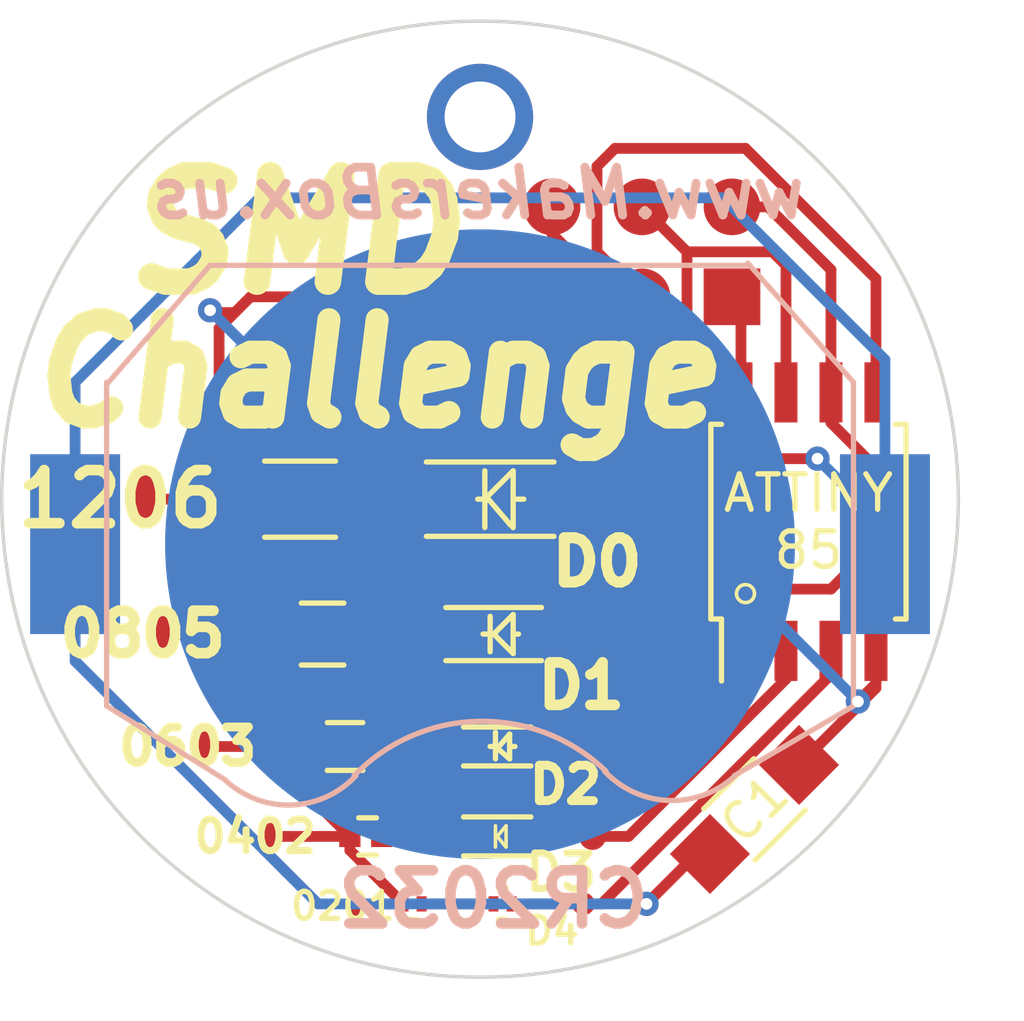
<source format=kicad_pcb>
(kicad_pcb (version 4) (host pcbnew 4.0.4-stable)

  (general
    (links 36)
    (no_connects 0)
    (area 194.094714 77.977999 223.012001 106.807001)
    (thickness 1.6)
    (drawings 17)
    (tracks 115)
    (zones 0)
    (modules 25)
    (nets 14)
  )

  (page USLetter)
  (layers
    (0 F.Cu signal)
    (31 B.Cu signal)
    (34 B.Paste user)
    (35 F.Paste user)
    (36 B.SilkS user hide)
    (37 F.SilkS user)
    (38 B.Mask user)
    (39 F.Mask user)
    (40 Dwgs.User user)
    (44 Edge.Cuts user)
  )

  (setup
    (last_trace_width 0.1524)
    (user_trace_width 0.254)
    (user_trace_width 0.3048)
    (user_trace_width 0.4064)
    (user_trace_width 0.6096)
    (user_trace_width 2.032)
    (trace_clearance 0.1524)
    (zone_clearance 0.508)
    (zone_45_only no)
    (trace_min 0.1524)
    (segment_width 0.254)
    (edge_width 0.1)
    (via_size 0.6858)
    (via_drill 0.3302)
    (via_min_size 0.6858)
    (via_min_drill 0.3302)
    (user_via 1 0.5)
    (uvia_size 0.762)
    (uvia_drill 0.508)
    (uvias_allowed no)
    (uvia_min_size 0.508)
    (uvia_min_drill 0.127)
    (pcb_text_width 0.3)
    (pcb_text_size 1.5 1.5)
    (mod_edge_width 0.15)
    (mod_text_size 1 1)
    (mod_text_width 0.15)
    (pad_size 0.762 1.1)
    (pad_drill 0)
    (pad_to_mask_clearance 0)
    (aux_axis_origin 0 0)
    (grid_origin 210.82 95.25)
    (visible_elements 7FFEFFFF)
    (pcbplotparams
      (layerselection 0x010f0_80000001)
      (usegerberextensions true)
      (excludeedgelayer true)
      (linewidth 0.100000)
      (plotframeref false)
      (viasonmask false)
      (mode 1)
      (useauxorigin false)
      (hpglpennumber 1)
      (hpglpenspeed 20)
      (hpglpendiameter 15)
      (hpglpenoverlay 2)
      (psnegative false)
      (psa4output false)
      (plotreference true)
      (plotvalue true)
      (plotinvisibletext false)
      (padsonsilk false)
      (subtractmaskfromsilk false)
      (outputformat 1)
      (mirror false)
      (drillshape 0)
      (scaleselection 1)
      (outputdirectory ""))
  )

  (net 0 "")
  (net 1 GND)
  (net 2 +BATT)
  (net 3 "Net-(CON1-Pad1)")
  (net 4 "Net-(CON1-Pad3)")
  (net 5 "Net-(CON1-Pad4)")
  (net 6 "Net-(CON1-Pad5)")
  (net 7 "Net-(D1-Pad1)")
  (net 8 "Net-(D2-Pad1)")
  (net 9 "Net-(D3-Pad1)")
  (net 10 "Net-(D0-Pad1)")
  (net 11 "Net-(D3-Pad2)")
  (net 12 "Net-(D4-Pad2)")
  (net 13 "Net-(D4-Pad1)")

  (net_class Default "This is the default net class."
    (clearance 0.1524)
    (trace_width 0.1524)
    (via_dia 0.6858)
    (via_drill 0.3302)
    (uvia_dia 0.762)
    (uvia_drill 0.508)
    (add_net +BATT)
    (add_net GND)
    (add_net "Net-(CON1-Pad1)")
    (add_net "Net-(CON1-Pad3)")
    (add_net "Net-(CON1-Pad4)")
    (add_net "Net-(CON1-Pad5)")
    (add_net "Net-(D0-Pad1)")
    (add_net "Net-(D1-Pad1)")
    (add_net "Net-(D2-Pad1)")
    (add_net "Net-(D3-Pad1)")
    (add_net "Net-(D3-Pad2)")
    (add_net "Net-(D4-Pad1)")
    (add_net "Net-(D4-Pad2)")
  )

  (module Capacitors_SMD:C_1206_HandSoldering (layer F.Cu) (tedit 5902BDF4) (tstamp 58D337DE)
    (at 215.392 100.838 225)
    (descr "Capacitor SMD 1206, hand soldering")
    (tags "capacitor 1206")
    (path /553FDF53)
    (attr smd)
    (fp_text reference C1 (at 0 0 225) (layer F.SilkS)
      (effects (font (size 1 1) (thickness 0.15)))
    )
    (fp_text value "0.1 uF" (at 0 2.3 225) (layer F.Fab)
      (effects (font (size 1 1) (thickness 0.15)))
    )
    (fp_line (start -3.3 -1.15) (end 3.3 -1.15) (layer F.CrtYd) (width 0.05))
    (fp_line (start -3.3 1.15) (end 3.3 1.15) (layer F.CrtYd) (width 0.05))
    (fp_line (start -3.3 -1.15) (end -3.3 1.15) (layer F.CrtYd) (width 0.05))
    (fp_line (start 3.3 -1.15) (end 3.3 1.15) (layer F.CrtYd) (width 0.05))
    (fp_line (start 1 -1.025) (end -1 -1.025) (layer F.SilkS) (width 0.15))
    (fp_line (start -1 1.025) (end 1 1.025) (layer F.SilkS) (width 0.15))
    (pad 1 smd rect (at -1.778 0 225) (size 1.6 1.6) (layers F.Cu F.Paste F.Mask)
      (net 1 GND))
    (pad 2 smd rect (at 1.778 0 225) (size 1.6 1.6) (layers F.Cu F.Paste F.Mask)
      (net 2 +BATT))
    (model Capacitors_SMD.3dshapes/C_1206_HandSoldering.wrl
      (at (xyz 0 0 0))
      (scale (xyz 1 1 1))
      (rotate (xyz 0 0 0))
    )
  )

  (module Housings_SOIC:SOIJ-8_5.3x5.3mm_Pitch1.27mm (layer F.Cu) (tedit 5902B706) (tstamp 58DF2780)
    (at 216.916 92.71 90)
    (descr "8-Lead Plastic Small Outline (SM) - Medium, 5.28 mm Body [SOIC] (see Microchip Packaging Specification 00000049BS.pdf)")
    (tags "SOIC 1.27")
    (path /58C478D3)
    (attr smd)
    (fp_text reference IC1 (at -1.27 2.159 90) (layer F.SilkS) hide
      (effects (font (size 1 1) (thickness 0.15)))
    )
    (fp_text value ATTINY85-S (at 0 3.68 90) (layer F.Fab)
      (effects (font (size 1 1) (thickness 0.15)))
    )
    (fp_circle (center -2.032 -1.778) (end -2.286 -1.778) (layer F.SilkS) (width 0.1))
    (fp_line (start -4.75 -2.95) (end -4.75 2.95) (layer F.CrtYd) (width 0.05))
    (fp_line (start 4.75 -2.95) (end 4.75 2.95) (layer F.CrtYd) (width 0.05))
    (fp_line (start -4.75 -2.95) (end 4.75 -2.95) (layer F.CrtYd) (width 0.05))
    (fp_line (start -4.75 2.95) (end 4.75 2.95) (layer F.CrtYd) (width 0.05))
    (fp_line (start -2.75 -2.755) (end -2.75 -2.455) (layer F.SilkS) (width 0.15))
    (fp_line (start 2.75 -2.755) (end 2.75 -2.455) (layer F.SilkS) (width 0.15))
    (fp_line (start 2.75 2.755) (end 2.75 2.455) (layer F.SilkS) (width 0.15))
    (fp_line (start -2.75 2.755) (end -2.75 2.455) (layer F.SilkS) (width 0.15))
    (fp_line (start -2.75 -2.755) (end 2.75 -2.755) (layer F.SilkS) (width 0.15))
    (fp_line (start -2.75 2.755) (end 2.75 2.755) (layer F.SilkS) (width 0.15))
    (fp_line (start -2.75 -2.455) (end -4.5 -2.455) (layer F.SilkS) (width 0.15))
    (pad 1 smd rect (at -3.65 -1.905 90) (size 1.7 0.65) (layers F.Cu F.Paste F.Mask)
      (net 6 "Net-(CON1-Pad5)"))
    (pad 2 smd rect (at -3.65 -0.635 90) (size 1.7 0.65) (layers F.Cu F.Paste F.Mask)
      (net 11 "Net-(D3-Pad2)"))
    (pad 3 smd rect (at -3.65 0.635 90) (size 1.7 0.65) (layers F.Cu F.Paste F.Mask)
      (net 12 "Net-(D4-Pad2)"))
    (pad 4 smd rect (at -3.65 1.905 90) (size 1.7 0.65) (layers F.Cu F.Paste F.Mask)
      (net 1 GND))
    (pad 5 smd rect (at 3.65 1.905 90) (size 1.7 0.65) (layers F.Cu F.Paste F.Mask)
      (net 5 "Net-(CON1-Pad4)"))
    (pad 6 smd rect (at 3.65 0.635 90) (size 1.7 0.65) (layers F.Cu F.Paste F.Mask)
      (net 3 "Net-(CON1-Pad1)"))
    (pad 7 smd rect (at 3.65 -0.635 90) (size 1.7 0.65) (layers F.Cu F.Paste F.Mask)
      (net 4 "Net-(CON1-Pad3)"))
    (pad 8 smd rect (at 3.65 -1.905 90) (size 1.7 0.65) (layers F.Cu F.Paste F.Mask)
      (net 2 +BATT))
    (model Housings_SOIC.3dshapes/SOIJ-8_5.3x5.3mm_Pitch1.27mm.wrl
      (at (xyz 0 0 0))
      (scale (xyz 1 1 1))
      (rotate (xyz 0 0 0))
    )
  )

  (module myFootPrints:testPad (layer F.Cu) (tedit 5902BA6D) (tstamp 5902AAED)
    (at 211.582 95.885)
    (descr "module 1 pin (ou trou mecanique de percage)")
    (tags DEV)
    (path /5902B324)
    (fp_text reference P1 (at 0 0) (layer F.SilkS) hide
      (effects (font (size 0.508 0.508) (thickness 0.127)))
    )
    (fp_text value CONN_01X01 (at 0 0) (layer F.Fab)
      (effects (font (size 0.127 0.127) (thickness 0.03175)))
    )
    (pad 1 smd circle (at 0 0) (size 1.016 1.016) (layers F.Cu F.Paste F.Mask)
      (net 3 "Net-(CON1-Pad1)"))
  )

  (module myFootPrints:BATT_CR2032_SMD (layer B.Cu) (tedit 56CFB5D2) (tstamp 586093B2)
    (at 207.645 93.345 180)
    (tags battery)
    (path /56CFA61E)
    (fp_text reference BT1 (at 0 -5.08 180) (layer B.SilkS) hide
      (effects (font (size 1.72974 1.08712) (thickness 0.27178)) (justify mirror))
    )
    (fp_text value Battery (at 0 2.54 180) (layer B.SilkS) hide
      (effects (font (size 1.524 1.016) (thickness 0.254)) (justify mirror))
    )
    (fp_line (start -7.1755 -6.5405) (end -10.541 -4.572) (layer B.SilkS) (width 0.15))
    (fp_line (start 7.1755 -6.6675) (end 10.541 -4.572) (layer B.SilkS) (width 0.15))
    (fp_arc (start -5.4229 -4.6355) (end -3.5179 -6.4135) (angle -90) (layer B.SilkS) (width 0.15))
    (fp_arc (start 5.4102 -4.7625) (end 7.1882 -6.6675) (angle -90) (layer B.SilkS) (width 0.15))
    (fp_arc (start -0.0635 -10.033) (end -3.556 -6.4135) (angle -90) (layer B.SilkS) (width 0.15))
    (fp_line (start 7.62 7.874) (end 10.541 4.5085) (layer B.SilkS) (width 0.15))
    (fp_line (start -10.541 4.572) (end -7.5565 7.9375) (layer B.SilkS) (width 0.15))
    (fp_line (start -7.62 7.874) (end 7.62 7.874) (layer B.SilkS) (width 0.15))
    (fp_line (start -10.541 -4.572) (end -10.541 4.572) (layer B.SilkS) (width 0.15))
    (fp_line (start 10.541 -4.572) (end 10.541 4.572) (layer B.SilkS) (width 0.15))
    (fp_circle (center 0 0) (end -10.16 0) (layer Dwgs.User) (width 0.15))
    (pad 2 smd circle (at 0 0 180) (size 17.78 17.78) (layers B.Cu B.Paste B.Mask)
      (net 1 GND))
    (pad 1 smd rect (at -11.43 0 180) (size 2.54 5.08) (layers B.Cu B.Paste B.Mask)
      (net 2 +BATT))
    (pad 1 smd rect (at 11.43 0 180) (size 2.54 5.08) (layers B.Cu B.Paste B.Mask)
      (net 2 +BATT))
  )

  (module LEDs:LED-0603 (layer F.Cu) (tedit 5902C13E) (tstamp 58D33EFB)
    (at 208.28 101.6)
    (descr "LED 0603 smd package")
    (tags "LED led 0603 SMD smd SMT smt smdled SMDLED smtled SMTLED")
    (path /58D34030)
    (attr smd)
    (fp_text reference D3 (at 1.651 1.016) (layer F.SilkS)
      (effects (font (size 1 1) (thickness 0.2)))
    )
    (fp_text value LED (at 0 1.5) (layer F.Fab)
      (effects (font (size 1 1) (thickness 0.15)))
    )
    (fp_line (start -0.15 0) (end 0.1 -0.3) (layer F.SilkS) (width 0.1))
    (fp_line (start 0.1 -0.3) (end 0.1 0.3) (layer F.SilkS) (width 0.1))
    (fp_line (start 0.1 0.3) (end -0.15 0) (layer F.SilkS) (width 0.1))
    (fp_line (start -0.2 -0.3) (end -0.2 0.3) (layer F.SilkS) (width 0.1))
    (fp_line (start -1.1 0.55) (end 0.8 0.55) (layer F.SilkS) (width 0.15))
    (fp_line (start -1.1 -0.55) (end 0.8 -0.55) (layer F.SilkS) (width 0.15))
    (fp_line (start 1.4 -0.75) (end 1.4 0.75) (layer F.CrtYd) (width 0.05))
    (fp_line (start 1.4 0.75) (end -1.4 0.75) (layer F.CrtYd) (width 0.05))
    (fp_line (start -1.4 0.75) (end -1.4 -0.75) (layer F.CrtYd) (width 0.05))
    (fp_line (start -1.4 -0.75) (end 1.4 -0.75) (layer F.CrtYd) (width 0.05))
    (pad 2 smd rect (at 0.5 0 180) (size 0.6 0.7) (layers F.Cu F.Paste F.Mask)
      (net 11 "Net-(D3-Pad2)"))
    (pad 1 smd rect (at -0.6 0 180) (size 0.6 0.7) (layers F.Cu F.Paste F.Mask)
      (net 9 "Net-(D3-Pad1)"))
    (model LEDs.3dshapes/LED_0402.wrl
      (at (xyz 0 0 0))
      (scale (xyz 1 1 1))
      (rotate (xyz 0 0 0))
    )
  )

  (module Resistors_SMD:R_0402 (layer F.Cu) (tedit 58DFDC4A) (tstamp 58D349A9)
    (at 204.47 101.6 180)
    (descr "Resistor SMD 0402, reflow soldering, Vishay (see dcrcw.pdf)")
    (tags "resistor 0402")
    (path /58D3406E)
    (attr smd)
    (fp_text reference R3 (at 0 0 180) (layer Dwgs.User) hide
      (effects (font (size 1 1) (thickness 0.15)))
    )
    (fp_text value 330 (at 0 1.8 180) (layer F.Fab)
      (effects (font (size 1 1) (thickness 0.15)))
    )
    (fp_line (start -0.95 -0.65) (end 0.95 -0.65) (layer F.CrtYd) (width 0.05))
    (fp_line (start -0.95 0.65) (end 0.95 0.65) (layer F.CrtYd) (width 0.05))
    (fp_line (start -0.95 -0.65) (end -0.95 0.65) (layer F.CrtYd) (width 0.05))
    (fp_line (start 0.95 -0.65) (end 0.95 0.65) (layer F.CrtYd) (width 0.05))
    (fp_line (start 0.25 -0.525) (end -0.25 -0.525) (layer F.SilkS) (width 0.15))
    (fp_line (start -0.25 0.525) (end 0.25 0.525) (layer F.SilkS) (width 0.15))
    (pad 1 smd rect (at -0.4 0 180) (size 0.6 0.6) (layers F.Cu F.Paste F.Mask)
      (net 9 "Net-(D3-Pad1)"))
    (pad 2 smd rect (at 0.5 0 180) (size 0.6 0.6) (layers F.Cu F.Paste F.Mask)
      (net 1 GND))
    (model Resistors_SMD.3dshapes/R_0402.wrl
      (at (xyz 0 0 0))
      (scale (xyz 1 1 1))
      (rotate (xyz 0 0 0))
    )
  )

  (module LEDs:LED-0603 (layer F.Cu) (tedit 5902C124) (tstamp 58D337F0)
    (at 208.28 99.06)
    (descr "LED 0603 smd package")
    (tags "LED led 0603 SMD smd SMT smt smdled SMDLED smtled SMTLED")
    (path /58D33940)
    (attr smd)
    (fp_text reference D2 (at 1.778 1.0795) (layer F.SilkS)
      (effects (font (size 1 1) (thickness 0.25)))
    )
    (fp_text value LED (at 0 1.5) (layer F.Fab)
      (effects (font (size 1 1) (thickness 0.15)))
    )
    (fp_line (start 0.2 0) (end 0.35 0) (layer F.SilkS) (width 0.15))
    (fp_line (start -0.35 0) (end -0.15 0) (layer F.SilkS) (width 0.15))
    (fp_line (start -0.1 0) (end 0.2 -0.35) (layer F.SilkS) (width 0.15))
    (fp_line (start 0.2 -0.35) (end 0.2 0.35) (layer F.SilkS) (width 0.15))
    (fp_line (start 0.2 0.35) (end -0.2 0) (layer F.SilkS) (width 0.15))
    (fp_line (start -0.2 0) (end -0.15 0) (layer F.SilkS) (width 0.15))
    (fp_line (start -0.2 -0.4) (end -0.2 0.35) (layer F.SilkS) (width 0.15))
    (fp_line (start -1.1 0.55) (end 0.8 0.55) (layer F.SilkS) (width 0.15))
    (fp_line (start -1.1 -0.55) (end 0.8 -0.55) (layer F.SilkS) (width 0.15))
    (fp_line (start 1.4 -0.75) (end 1.4 0.75) (layer F.CrtYd) (width 0.05))
    (fp_line (start 1.4 0.75) (end -1.4 0.75) (layer F.CrtYd) (width 0.05))
    (fp_line (start -1.4 0.75) (end -1.4 -0.75) (layer F.CrtYd) (width 0.05))
    (fp_line (start -1.4 -0.75) (end 1.4 -0.75) (layer F.CrtYd) (width 0.05))
    (pad 2 smd rect (at 0.889 0 180) (size 1 0.79756) (layers F.Cu F.Paste F.Mask)
      (net 4 "Net-(CON1-Pad3)"))
    (pad 1 smd rect (at -0.889 0 180) (size 1 0.79756) (layers F.Cu F.Paste F.Mask)
      (net 8 "Net-(D2-Pad1)"))
    (model LEDs.3dshapes/LED_0603.wrl
      (at (xyz 0 0 0))
      (scale (xyz 1 1 1))
      (rotate (xyz 0 0 0))
    )
  )

  (module LEDs:LED-0805 (layer F.Cu) (tedit 5902C116) (tstamp 58D337EA)
    (at 208.28 95.885)
    (descr "LED 0805 smd package")
    (tags "LED 0805 SMD")
    (path /58D338E3)
    (attr smd)
    (fp_text reference D1 (at 2.2225 1.4605) (layer F.SilkS)
      (effects (font (size 1.2 1.2) (thickness 0.3)))
    )
    (fp_text value LED (at 0 1.75) (layer F.Fab)
      (effects (font (size 1 1) (thickness 0.15)))
    )
    (fp_line (start 0.3 0) (end 0.45 0) (layer F.SilkS) (width 0.15))
    (fp_line (start -0.55 0) (end -0.2 0) (layer F.SilkS) (width 0.15))
    (fp_line (start -0.25 0) (end 0.3 -0.55) (layer F.SilkS) (width 0.15))
    (fp_line (start 0.3 -0.55) (end 0.3 0.55) (layer F.SilkS) (width 0.15))
    (fp_line (start 0.3 0.55) (end -0.25 0) (layer F.SilkS) (width 0.15))
    (fp_line (start -0.35 -0.35) (end -0.35 -0.5) (layer F.SilkS) (width 0.15))
    (fp_line (start -0.35 0.35) (end -0.35 0.5) (layer F.SilkS) (width 0.15))
    (fp_line (start -1.6 0.75) (end 1.1 0.75) (layer F.SilkS) (width 0.15))
    (fp_line (start -1.6 -0.75) (end 1.1 -0.75) (layer F.SilkS) (width 0.15))
    (fp_line (start -0.35 -0.35) (end -0.35 0.35) (layer F.SilkS) (width 0.15))
    (fp_line (start 1.9 -0.95) (end 1.9 0.95) (layer F.CrtYd) (width 0.05))
    (fp_line (start 1.9 0.95) (end -1.9 0.95) (layer F.CrtYd) (width 0.05))
    (fp_line (start -1.9 0.95) (end -1.9 -0.95) (layer F.CrtYd) (width 0.05))
    (fp_line (start -1.9 -0.95) (end 1.9 -0.95) (layer F.CrtYd) (width 0.05))
    (pad 2 smd rect (at 1.143 0 180) (size 1.3 1.19888) (layers F.Cu F.Paste F.Mask)
      (net 3 "Net-(CON1-Pad1)"))
    (pad 1 smd rect (at -1.27 0 180) (size 1.3 1.19888) (layers F.Cu F.Paste F.Mask)
      (net 7 "Net-(D1-Pad1)"))
    (model LEDs.3dshapes/LED-0805.wrl
      (at (xyz 0 0 0))
      (scale (xyz 1 1 1))
      (rotate (xyz 0 0 0))
    )
    (model LEDs.3dshapes/LED_0805.wrl
      (at (xyz 0 0 0))
      (scale (xyz 1 1 1))
      (rotate (xyz 0 0 0))
    )
  )

  (module LEDs:LED-1206 (layer F.Cu) (tedit 5902C0FC) (tstamp 58D337E4)
    (at 208.28 92.075)
    (descr "LED 1206 smd package")
    (tags "LED1206 SMD")
    (path /58C49927)
    (attr smd)
    (fp_text reference D0 (at 2.667 1.778) (layer F.SilkS)
      (effects (font (size 1.25 1.25) (thickness 0.3125)))
    )
    (fp_text value LED (at 0 2) (layer F.Fab)
      (effects (font (size 1 1) (thickness 0.15)))
    )
    (fp_line (start -0.5 0.7) (end -0.5 0.8) (layer F.SilkS) (width 0.15))
    (fp_line (start -0.5 -0.7) (end -0.5 -0.8) (layer F.SilkS) (width 0.15))
    (fp_line (start 0.3 0) (end 0.6 0) (layer F.SilkS) (width 0.15))
    (fp_line (start 0.3 0.8) (end 0.3 -0.7) (layer F.SilkS) (width 0.15))
    (fp_line (start 0.3 -0.7) (end 0.3 -0.8) (layer F.SilkS) (width 0.15))
    (fp_line (start 0.2 0.7) (end 0.3 0.8) (layer F.SilkS) (width 0.15))
    (fp_line (start 0.2 -0.7) (end 0.3 -0.8) (layer F.SilkS) (width 0.15))
    (fp_line (start -0.7 0) (end -0.5 0) (layer F.SilkS) (width 0.15))
    (fp_line (start -0.5 0.5) (end -0.5 0.7) (layer F.SilkS) (width 0.15))
    (fp_line (start -0.5 -0.5) (end -0.5 -0.7) (layer F.SilkS) (width 0.15))
    (fp_line (start -0.4 0) (end 0.2 0.7) (layer F.SilkS) (width 0.15))
    (fp_line (start 0.2 -0.7) (end -0.4 -0.1) (layer F.SilkS) (width 0.15))
    (fp_line (start -2.15 1.05) (end 1.45 1.05) (layer F.SilkS) (width 0.15))
    (fp_line (start -2.15 -1.05) (end 1.45 -1.05) (layer F.SilkS) (width 0.15))
    (fp_line (start -0.5 -0.5) (end -0.5 0.5) (layer F.SilkS) (width 0.15))
    (fp_line (start 2.5 -1.25) (end -2.5 -1.25) (layer F.CrtYd) (width 0.05))
    (fp_line (start -2.5 -1.25) (end -2.5 1.25) (layer F.CrtYd) (width 0.05))
    (fp_line (start -2.5 1.25) (end 2.5 1.25) (layer F.CrtYd) (width 0.05))
    (fp_line (start 2.5 1.25) (end 2.5 -1.25) (layer F.CrtYd) (width 0.05))
    (pad 2 smd rect (at 1.524 0 180) (size 1.7 1.80086) (layers F.Cu F.Paste F.Mask)
      (net 5 "Net-(CON1-Pad4)"))
    (pad 1 smd rect (at -1.651 0 180) (size 1.7 1.80086) (layers F.Cu F.Paste F.Mask)
      (net 10 "Net-(D0-Pad1)"))
    (model LEDs.3dshapes/LED_1206.wrl
      (at (xyz 0 0 0))
      (scale (xyz 1 1 1))
      (rotate (xyz 0 0 0))
    )
  )

  (module Resistors_SMD:R_0603 (layer F.Cu) (tedit 5902A5F6) (tstamp 58D33802)
    (at 203.835 99.06 180)
    (descr "Resistor SMD 0603, reflow soldering, Vishay (see dcrcw.pdf)")
    (tags "resistor 0603")
    (path /58D339BB)
    (attr smd)
    (fp_text reference R2 (at 0 0 180) (layer F.SilkS) hide
      (effects (font (size 1 1) (thickness 0.15)))
    )
    (fp_text value 330 (at 0 1.9 180) (layer F.Fab)
      (effects (font (size 1 1) (thickness 0.15)))
    )
    (fp_line (start -1.3 -0.8) (end 1.3 -0.8) (layer F.CrtYd) (width 0.05))
    (fp_line (start -1.3 0.8) (end 1.3 0.8) (layer F.CrtYd) (width 0.05))
    (fp_line (start -1.3 -0.8) (end -1.3 0.8) (layer F.CrtYd) (width 0.05))
    (fp_line (start 1.3 -0.8) (end 1.3 0.8) (layer F.CrtYd) (width 0.05))
    (fp_line (start 0.5 0.675) (end -0.5 0.675) (layer F.SilkS) (width 0.15))
    (fp_line (start -0.5 -0.675) (end 0.5 -0.675) (layer F.SilkS) (width 0.15))
    (pad 1 smd rect (at -0.889 0 180) (size 0.7 0.9) (layers F.Cu F.Paste F.Mask)
      (net 8 "Net-(D2-Pad1)"))
    (pad 2 smd rect (at 1.016 0 180) (size 0.7 0.9) (layers F.Cu F.Paste F.Mask)
      (net 1 GND))
    (model Resistors_SMD.3dshapes/R_0603.wrl
      (at (xyz 0 0 0))
      (scale (xyz 1 1 1))
      (rotate (xyz 0 0 0))
    )
  )

  (module Resistors_SMD:R_1206 (layer F.Cu) (tedit 5902A5E4) (tstamp 58D337F6)
    (at 202.565 92.075 180)
    (descr "Resistor SMD 1206, reflow soldering, Vishay (see dcrcw.pdf)")
    (tags "resistor 1206")
    (path /56CEB2B5)
    (attr smd)
    (fp_text reference R0 (at 0 0 180) (layer F.SilkS) hide
      (effects (font (size 1.25 1.25) (thickness 0.2)))
    )
    (fp_text value 330 (at 0 2.3 180) (layer F.Fab)
      (effects (font (size 1 1) (thickness 0.15)))
    )
    (fp_line (start -2.2 -1.2) (end 2.2 -1.2) (layer F.CrtYd) (width 0.05))
    (fp_line (start -2.2 1.2) (end 2.2 1.2) (layer F.CrtYd) (width 0.05))
    (fp_line (start -2.2 -1.2) (end -2.2 1.2) (layer F.CrtYd) (width 0.05))
    (fp_line (start 2.2 -1.2) (end 2.2 1.2) (layer F.CrtYd) (width 0.05))
    (fp_line (start 1 1.075) (end -1 1.075) (layer F.SilkS) (width 0.15))
    (fp_line (start -1 -1.075) (end 1 -1.075) (layer F.SilkS) (width 0.15))
    (pad 1 smd rect (at -1.778 0 180) (size 1.1 1.7) (layers F.Cu F.Paste F.Mask)
      (net 10 "Net-(D0-Pad1)"))
    (pad 2 smd rect (at 1.651 0 180) (size 1.1 1.7) (layers F.Cu F.Paste F.Mask)
      (net 1 GND))
    (model Resistors_SMD.3dshapes/R_1206.wrl
      (at (xyz 0 0 0))
      (scale (xyz 1 1 1))
      (rotate (xyz 0 0 0))
    )
  )

  (module Resistors_SMD:R_0805 (layer F.Cu) (tedit 58DFDC5C) (tstamp 58D337FC)
    (at 203.2 95.885 180)
    (descr "Resistor SMD 0805, reflow soldering, Vishay (see dcrcw.pdf)")
    (tags "resistor 0805")
    (path /58D3397B)
    (attr smd)
    (fp_text reference R1 (at 0 0 180) (layer F.SilkS) hide
      (effects (font (size 1 1) (thickness 0.15)))
    )
    (fp_text value 330 (at 0 2.1 180) (layer F.Fab)
      (effects (font (size 1 1) (thickness 0.15)))
    )
    (fp_line (start -1.6 -1) (end 1.6 -1) (layer F.CrtYd) (width 0.05))
    (fp_line (start -1.6 1) (end 1.6 1) (layer F.CrtYd) (width 0.05))
    (fp_line (start -1.6 -1) (end -1.6 1) (layer F.CrtYd) (width 0.05))
    (fp_line (start 1.6 -1) (end 1.6 1) (layer F.CrtYd) (width 0.05))
    (fp_line (start 0.6 0.875) (end -0.6 0.875) (layer F.SilkS) (width 0.15))
    (fp_line (start -0.6 -0.875) (end 0.6 -0.875) (layer F.SilkS) (width 0.15))
    (pad 1 smd rect (at -1.143 0 180) (size 0.9 1.3) (layers F.Cu F.Paste F.Mask)
      (net 7 "Net-(D1-Pad1)"))
    (pad 2 smd rect (at 1.143 0 180) (size 0.9 1.3) (layers F.Cu F.Paste F.Mask)
      (net 1 GND))
    (model Resistors_SMD.3dshapes/R_0805.wrl
      (at (xyz 0 0 0))
      (scale (xyz 1 1 1))
      (rotate (xyz 0 0 0))
    )
  )

  (module Pin_Headers:Pin_Header_Straight_1x01 (layer F.Cu) (tedit 5902A874) (tstamp 5860AB5B)
    (at 207.645 81.28)
    (descr "Through hole pin header")
    (tags "pin header")
    (path /5902B324)
    (fp_text reference P1 (at -0.6 -0.5) (layer F.SilkS) hide
      (effects (font (size 0.127 0.127) (thickness 0.03175)))
    )
    (fp_text value CONN_01X01 (at 0 0.9) (layer F.Fab)
      (effects (font (size 0.127 0.127) (thickness 0.03175)))
    )
    (pad P5 thru_hole circle (at 0 0) (size 3 3) (drill 2) (layers *.Cu *.Mask))
  )

  (module myFootPrints:AVR-ISP-6 (layer F.Cu) (tedit 5860A6AE) (tstamp 586092C3)
    (at 214.757 83.82 270)
    (descr "6-lead dip package, row spacing 7.62 mm (300 mils)")
    (tags "dil dip 2.54 300")
    (path /58609061)
    (fp_text reference CON1 (at 0 -2.54 270) (layer F.SilkS) hide
      (effects (font (size 1 1) (thickness 0.15)))
    )
    (fp_text value AVR-ISP-6 (at 0 -3.72 270) (layer F.Fab) hide
      (effects (font (size 1 1) (thickness 0.15)))
    )
    (pad 1 smd oval (at 0 0 270) (size 1.6 1.6) (layers F.Cu F.Paste F.Mask)
      (net 3 "Net-(CON1-Pad1)"))
    (pad 2 smd rect (at 2.54 0 270) (size 1.6 1.6) (layers F.Cu F.Paste F.Mask)
      (net 2 +BATT))
    (pad 3 smd oval (at 0 2.54 270) (size 1.6 1.6) (layers F.Cu F.Paste F.Mask)
      (net 4 "Net-(CON1-Pad3)"))
    (pad 4 smd oval (at 2.54 2.54 270) (size 1.6 1.6) (layers F.Cu F.Paste F.Mask)
      (net 5 "Net-(CON1-Pad4)"))
    (pad 5 smd oval (at 0 5.08 270) (size 1.6 1.6) (layers F.Cu F.Paste F.Mask)
      (net 6 "Net-(CON1-Pad5)"))
    (pad 6 smd oval (at 2.54 5.08 270) (size 1.6 1.6) (layers F.Cu F.Paste F.Mask)
      (net 1 GND))
  )

  (module Resistors_SMD:R_0201 (layer F.Cu) (tedit 58DFDE07) (tstamp 58DDCC1C)
    (at 205.74 103.505 180)
    (descr "Resistor SMD 0201, reflow soldering, Vishay (see crcw0201e3.pdf)")
    (tags "resistor 0201")
    (path /58DDCB43)
    (attr smd)
    (fp_text reference R4 (at -0.127 0.127 180) (layer F.SilkS) hide
      (effects (font (size 1 1) (thickness 0.15)))
    )
    (fp_text value 330 (at 0 1.7 180) (layer F.Fab)
      (effects (font (size 1 1) (thickness 0.15)))
    )
    (fp_line (start -0.65 -0.55) (end 0.65 -0.55) (layer F.CrtYd) (width 0.05))
    (fp_line (start -0.65 0.55) (end 0.65 0.55) (layer F.CrtYd) (width 0.05))
    (fp_line (start -0.65 -0.55) (end -0.65 0.55) (layer F.CrtYd) (width 0.05))
    (fp_line (start 0.65 -0.55) (end 0.65 0.55) (layer F.CrtYd) (width 0.05))
    (fp_line (start 0.115 -0.44) (end -0.115 -0.44) (layer F.SilkS) (width 0.15))
    (fp_line (start -0.115 0.44) (end 0.115 0.44) (layer F.SilkS) (width 0.15))
    (pad 1 smd rect (at -0.255 0 180) (size 0.28 0.43) (layers F.Cu F.Paste F.Mask)
      (net 13 "Net-(D4-Pad1)"))
    (pad 2 smd rect (at 0.255 0 180) (size 0.28 0.43) (layers F.Cu F.Paste F.Mask)
      (net 1 GND))
    (model Resistors_SMD.3dshapes/R_0201.wrl
      (at (xyz 0 0 0))
      (scale (xyz 1 1 1))
      (rotate (xyz 0 0 0))
    )
  )

  (module Resistors_SMD:R_0201 (layer F.Cu) (tedit 5902C148) (tstamp 58DDCC0A)
    (at 208.28 103.505)
    (descr "Resistor SMD 0201, reflow soldering, Vishay (see crcw0201e3.pdf)")
    (tags "resistor 0201")
    (path /58DDCAFF)
    (attr smd)
    (fp_text reference D4 (at 1.397 0.762) (layer F.SilkS)
      (effects (font (size 0.762 0.762) (thickness 0.15)))
    )
    (fp_text value LED (at 0 1.7) (layer F.Fab)
      (effects (font (size 1 1) (thickness 0.15)))
    )
    (fp_line (start -0.65 -0.55) (end 0.65 -0.55) (layer F.CrtYd) (width 0.05))
    (fp_line (start -0.65 0.55) (end 0.65 0.55) (layer F.CrtYd) (width 0.05))
    (fp_line (start -0.65 -0.55) (end -0.65 0.55) (layer F.CrtYd) (width 0.05))
    (fp_line (start 0.65 -0.55) (end 0.65 0.55) (layer F.CrtYd) (width 0.05))
    (fp_line (start 0.115 -0.44) (end -0.115 -0.44) (layer F.SilkS) (width 0.15))
    (fp_line (start -0.115 0.44) (end 0.115 0.44) (layer F.SilkS) (width 0.15))
    (pad 1 smd rect (at -0.255 0) (size 0.28 0.43) (layers F.Cu F.Paste F.Mask)
      (net 13 "Net-(D4-Pad1)"))
    (pad 2 smd rect (at 0.255 0) (size 0.28 0.43) (layers F.Cu F.Paste F.Mask)
      (net 12 "Net-(D4-Pad2)"))
    (model Resistors_SMD.3dshapes/R_0201.wrl
      (at (xyz 0 0 0))
      (scale (xyz 1 1 1))
      (rotate (xyz 0 0 0))
    )
  )

  (module myFootPrints:testPad (layer F.Cu) (tedit 5902BA64) (tstamp 5902AA85)
    (at 212.09 92.075)
    (descr "module 1 pin (ou trou mecanique de percage)")
    (tags DEV)
    (path /5902B2A3)
    (fp_text reference P0 (at 0 0) (layer F.SilkS) hide
      (effects (font (size 0.508 0.508) (thickness 0.127)))
    )
    (fp_text value CONN_01X01 (at 0 0) (layer F.Fab)
      (effects (font (size 0.127 0.127) (thickness 0.03175)))
    )
    (pad 1 smd circle (at 0 0) (size 1.143 1.143) (layers F.Cu F.Paste F.Mask)
      (net 5 "Net-(CON1-Pad4)"))
  )

  (module myFootPrints:testPad (layer F.Cu) (tedit 5902BA76) (tstamp 5902AA8A)
    (at 211.201 99.06)
    (descr "module 1 pin (ou trou mecanique de percage)")
    (tags DEV)
    (path /5902B382)
    (fp_text reference P2 (at 0 0) (layer F.SilkS) hide
      (effects (font (size 0.508 0.508) (thickness 0.127)))
    )
    (fp_text value CONN_01X01 (at 0 0) (layer F.Fab)
      (effects (font (size 0.127 0.127) (thickness 0.03175)))
    )
    (pad 1 smd circle (at 0 0) (size 0.889 0.889) (layers F.Cu F.Paste F.Mask)
      (net 4 "Net-(CON1-Pad3)"))
  )

  (module myFootPrints:testPad (layer F.Cu) (tedit 5902BA82) (tstamp 5902AA8F)
    (at 210.82 101.6)
    (descr "module 1 pin (ou trou mecanique de percage)")
    (tags DEV)
    (path /5902B3ED)
    (fp_text reference P3 (at 0 0) (layer F.SilkS) hide
      (effects (font (size 0.508 0.508) (thickness 0.127)))
    )
    (fp_text value CONN_01X01 (at 0 0) (layer F.Fab)
      (effects (font (size 0.127 0.127) (thickness 0.03175)))
    )
    (pad 1 smd circle (at 0 0) (size 0.762 0.762) (layers F.Cu F.Paste F.Mask)
      (net 11 "Net-(D3-Pad2)"))
  )

  (module myFootPrints:testPad (layer F.Cu) (tedit 5902BA8B) (tstamp 5902AA94)
    (at 210.566 103.505)
    (descr "module 1 pin (ou trou mecanique de percage)")
    (tags DEV)
    (path /5902B44F)
    (fp_text reference P4 (at 0 0) (layer F.SilkS) hide
      (effects (font (size 0.508 0.508) (thickness 0.127)))
    )
    (fp_text value CONN_01X01 (at 0 0) (layer F.Fab)
      (effects (font (size 0.127 0.127) (thickness 0.03175)))
    )
    (pad 1 smd circle (at 0 0) (size 0.635 0.635) (layers F.Cu F.Paste F.Mask)
      (net 12 "Net-(D4-Pad2)"))
  )

  (module myFootPrints:testPad (layer F.Cu) (tedit 5902C3C1) (tstamp 5902AA9E)
    (at 198.247 92.075)
    (descr "module 1 pin (ou trou mecanique de percage)")
    (tags DEV)
    (path /5902AF42)
    (fp_text reference PG0 (at 0 0) (layer F.SilkS) hide
      (effects (font (size 0.508 0.508) (thickness 0.127)))
    )
    (fp_text value CONN_01X01 (at 0 0) (layer F.Fab)
      (effects (font (size 0.127 0.127) (thickness 0.03175)))
    )
    (pad 1 smd oval (at 0 0) (size 0.762 1.4) (layers F.Cu F.Paste F.Mask)
      (net 1 GND))
  )

  (module myFootPrints:testPad (layer F.Cu) (tedit 5902C3D3) (tstamp 5902AAA3)
    (at 198.6915 95.885)
    (descr "module 1 pin (ou trou mecanique de percage)")
    (tags DEV)
    (path /5902AFA3)
    (fp_text reference PG1 (at 0 0) (layer F.SilkS) hide
      (effects (font (size 0.508 0.508) (thickness 0.127)))
    )
    (fp_text value CONN_01X01 (at 0 0) (layer F.Fab)
      (effects (font (size 0.127 0.127) (thickness 0.03175)))
    )
    (pad 1 smd oval (at 0 0) (size 0.762 1.1) (layers F.Cu F.Paste F.Mask)
      (net 1 GND))
  )

  (module myFootPrints:testPad (layer F.Cu) (tedit 5902BA05) (tstamp 5902AAA8)
    (at 199.898 99.06)
    (descr "module 1 pin (ou trou mecanique de percage)")
    (tags DEV)
    (path /5902AFF0)
    (fp_text reference PG2 (at 0 0) (layer F.SilkS) hide
      (effects (font (size 0.508 0.508) (thickness 0.127)))
    )
    (fp_text value CONN_01X01 (at 0 0) (layer F.Fab)
      (effects (font (size 0.127 0.127) (thickness 0.03175)))
    )
    (pad 1 smd oval (at 0 0) (size 0.635 0.889) (layers F.Cu F.Paste F.Mask)
      (net 1 GND))
  )

  (module myFootPrints:testPad (layer F.Cu) (tedit 5902BA17) (tstamp 5902AAAD)
    (at 201.7395 101.6)
    (descr "module 1 pin (ou trou mecanique de percage)")
    (tags DEV)
    (path /5902B040)
    (fp_text reference PG3 (at 0 0) (layer F.SilkS) hide
      (effects (font (size 0.508 0.508) (thickness 0.127)))
    )
    (fp_text value CONN_01X01 (at 0 0) (layer F.Fab)
      (effects (font (size 0.127 0.127) (thickness 0.03175)))
    )
    (pad 1 smd oval (at 0 0) (size 0.508 0.762) (layers F.Cu F.Paste F.Mask)
      (net 1 GND))
  )

  (module myFootPrints:testPad (layer F.Cu) (tedit 5902BD57) (tstamp 5902AAB2)
    (at 204.1525 103.505)
    (descr "module 1 pin (ou trou mecanique de percage)")
    (tags DEV)
    (path /5902B093)
    (fp_text reference PG4 (at -0.0635 0) (layer F.SilkS) hide
      (effects (font (size 0.635 0.635) (thickness 0.127)))
    )
    (fp_text value CONN_01X01 (at 0 0) (layer F.Fab)
      (effects (font (size 0.127 0.127) (thickness 0.03175)))
    )
    (pad 1 smd oval (at 0 0) (size 0.508 0.762) (layers F.Cu F.Paste F.Mask)
      (net 1 GND))
  )

  (gr_text www.MakersBox.us (at 207.645 83.439) (layer B.SilkS)
    (effects (font (size 1.35 1.35) (thickness 0.25) italic) (justify mirror))
  )
  (gr_line (start 208.026 106.68) (end 208.026 87.376) (angle 90) (layer Dwgs.User) (width 0.254))
  (gr_text 0201 (at 203.7715 103.5685) (layer F.SilkS)
    (effects (font (size 0.762 0.762) (thickness 0.15)))
  )
  (gr_text Challenge (at 204.724 88.519) (layer F.SilkS)
    (effects (font (size 2.75 2.6) (thickness 0.65) italic))
  )
  (gr_text SMD (at 202.438 84.582) (layer F.SilkS)
    (effects (font (size 3 3) (thickness 0.75) italic))
  )
  (gr_text CR2032 (at 208.026 103.378) (layer B.SilkS)
    (effects (font (size 1.5 1.5) (thickness 0.3)) (justify mirror))
  )
  (gr_text 0402 (at 201.295 101.6) (layer F.SilkS)
    (effects (font (size 0.889 0.889) (thickness 0.2)))
  )
  (gr_text 0603 (at 199.39 99.06) (layer F.SilkS)
    (effects (font (size 1 1) (thickness 0.25)))
  )
  (gr_text 0805 (at 198.12 95.885) (layer F.SilkS)
    (effects (font (size 1.2 1.2) (thickness 0.3)))
  )
  (gr_text 1206 (at 197.485 92.075) (layer F.SilkS)
    (effects (font (size 1.5 1.5) (thickness 0.3)))
  )
  (gr_line (start 207.645 92.71) (end 207.645 78.105) (angle 90) (layer Dwgs.User) (width 0.254))
  (gr_line (start 222.885 92.71) (end 207.645 92.71) (angle 90) (layer Dwgs.User) (width 0.254))
  (gr_line (start 207.645 92.71) (end 222.885 92.71) (angle 90) (layer Dwgs.User) (width 0.254))
  (gr_circle (center 207.645 93.345) (end 202.565 85.725) (layer Dwgs.User) (width 0.254))
  (gr_circle (center 207.645 92.075) (end 197.485 83.185) (layer Edge.Cuts) (width 0.1))
  (gr_text "ATTINY\n85" (at 216.916 92.71) (layer F.SilkS)
    (effects (font (size 1 1) (thickness 0.15)))
  )
  (gr_line (start 202.32 86.75) (end 219.82 104.25) (angle 90) (layer Dwgs.User) (width 0.1))

  (segment (start 200.7235 86.8045) (end 200.0885 86.8045) (width 0.3048) (layer F.Cu) (net 1))
  (segment (start 200.025 86.741) (end 206.629 93.345) (width 0.3048) (layer B.Cu) (net 1) (tstamp 5902B345) (status 20))
  (via (at 200.025 86.741) (size 0.6858) (drill 0.3302) (layers F.Cu B.Cu) (net 1))
  (segment (start 200.0885 86.8045) (end 200.025 86.741) (width 0.3048) (layer F.Cu) (net 1) (tstamp 5902B343))
  (segment (start 206.629 93.345) (end 207.645 93.345) (width 0.3048) (layer B.Cu) (net 1) (tstamp 5902B346) (status 30))
  (segment (start 218.821 96.36) (end 218.821 97.282) (width 0.3048) (layer F.Cu) (net 1))
  (segment (start 218.313 97.79) (end 213.868 93.345) (width 0.3048) (layer B.Cu) (net 1) (tstamp 5902B321) (status 20))
  (via (at 218.313 97.79) (size 0.6858) (drill 0.3302) (layers F.Cu B.Cu) (net 1))
  (segment (start 218.821 97.282) (end 218.313 97.79) (width 0.3048) (layer F.Cu) (net 1) (tstamp 5902B31C))
  (segment (start 213.868 93.345) (end 207.645 93.345) (width 0.3048) (layer B.Cu) (net 1) (tstamp 5902B322) (status 30))
  (segment (start 216.425214 99.804786) (end 218.821 97.409) (width 0.3048) (layer F.Cu) (net 1) (tstamp 5902B195))
  (segment (start 218.821 97.409) (end 218.821 96.36) (width 0.3048) (layer F.Cu) (net 1) (tstamp 5902B196))
  (segment (start 203.97 101.6) (end 203.97 101.99) (width 0.3048) (layer F.Cu) (net 1))
  (segment (start 203.97 101.99) (end 205.485 103.505) (width 0.3048) (layer F.Cu) (net 1) (tstamp 5902AE51))
  (segment (start 202.819 99.06) (end 202.819 100.449) (width 0.3048) (layer F.Cu) (net 1))
  (segment (start 202.819 100.449) (end 203.97 101.6) (width 0.3048) (layer F.Cu) (net 1) (tstamp 5902AE4D))
  (segment (start 202.057 95.885) (end 202.057 98.298) (width 0.3048) (layer F.Cu) (net 1))
  (segment (start 202.057 98.298) (end 202.819 99.06) (width 0.3048) (layer F.Cu) (net 1) (tstamp 5902AE48))
  (segment (start 200.914 92.075) (end 200.914 94.742) (width 0.3048) (layer F.Cu) (net 1))
  (segment (start 200.914 94.742) (end 202.057 95.885) (width 0.3048) (layer F.Cu) (net 1) (tstamp 5902AE45))
  (segment (start 209.677 86.36) (end 201.168 86.36) (width 0.3048) (layer F.Cu) (net 1))
  (segment (start 200.279 91.44) (end 200.914 92.075) (width 0.3048) (layer F.Cu) (net 1) (tstamp 5902AE40))
  (segment (start 200.279 87.249) (end 200.279 91.44) (width 0.3048) (layer F.Cu) (net 1) (tstamp 5902AE3F))
  (segment (start 201.168 86.36) (end 200.7235 86.8045) (width 0.3048) (layer F.Cu) (net 1) (tstamp 5902AE3A))
  (segment (start 200.7235 86.8045) (end 200.279 87.249) (width 0.3048) (layer F.Cu) (net 1) (tstamp 5902B341))
  (segment (start 204.1525 103.505) (end 205.485 103.505) (width 0.3048) (layer F.Cu) (net 1) (status 10))
  (segment (start 201.7395 101.6) (end 203.97 101.6) (width 0.3048) (layer F.Cu) (net 1) (status 10))
  (segment (start 199.898 99.06) (end 202.819 99.06) (width 0.3048) (layer F.Cu) (net 1))
  (segment (start 198.8185 95.885) (end 202.057 95.885) (width 0.3048) (layer F.Cu) (net 1) (status 10))
  (segment (start 200.914 92.075) (end 198.247 92.075) (width 0.3048) (layer F.Cu) (net 1))
  (segment (start 202.184 102.616) (end 203.073 103.505) (width 0.3048) (layer B.Cu) (net 2))
  (segment (start 202.184 102.616) (end 196.215 96.647) (width 0.3048) (layer B.Cu) (net 2) (tstamp 5902BEAE))
  (segment (start 196.215 93.345) (end 196.215 96.647) (width 0.3048) (layer B.Cu) (net 2) (tstamp 5902BEAF) (status 10))
  (segment (start 212.344 103.505) (end 213.753764 102.095236) (width 0.3048) (layer F.Cu) (net 2) (tstamp 5902BF0B))
  (via (at 212.344 103.505) (size 0.6858) (drill 0.3302) (layers F.Cu B.Cu) (net 2))
  (segment (start 203.073 103.505) (end 212.344 103.505) (width 0.3048) (layer B.Cu) (net 2) (tstamp 5902BEFE))
  (segment (start 213.753764 102.095236) (end 214.134764 102.095236) (width 0.3048) (layer F.Cu) (net 2) (tstamp 5902BF0C))
  (segment (start 215.011 89.06) (end 215.011 90.043) (width 0.3048) (layer F.Cu) (net 2))
  (segment (start 217.17 90.932) (end 219.075 92.837) (width 0.3048) (layer B.Cu) (net 2) (tstamp 5902B60E) (status 20))
  (via (at 217.17 90.932) (size 0.6858) (drill 0.3302) (layers F.Cu B.Cu) (net 2))
  (segment (start 215.9 90.932) (end 217.17 90.932) (width 0.3048) (layer F.Cu) (net 2) (tstamp 5902B609))
  (segment (start 215.011 90.043) (end 215.9 90.932) (width 0.3048) (layer F.Cu) (net 2) (tstamp 5902B606))
  (segment (start 219.075 92.837) (end 219.075 93.345) (width 0.3048) (layer B.Cu) (net 2) (tstamp 5902B60F) (status 30))
  (segment (start 219.075 93.345) (end 219.075 88.138) (width 0.3048) (layer B.Cu) (net 2) (status 10))
  (segment (start 219.075 88.138) (end 214.503 83.566) (width 0.3048) (layer B.Cu) (net 2) (tstamp 5902B4EE))
  (segment (start 214.503 83.566) (end 201.422 83.566) (width 0.3048) (layer B.Cu) (net 2) (tstamp 5902B4F2))
  (segment (start 201.422 83.566) (end 196.215 88.773) (width 0.3048) (layer B.Cu) (net 2) (tstamp 5902B4F6))
  (segment (start 196.215 88.773) (end 196.215 93.345) (width 0.3048) (layer B.Cu) (net 2) (tstamp 5902B4F8) (status 20))
  (segment (start 213.977786 102.252214) (end 213.850786 102.252214) (width 0.3048) (layer F.Cu) (net 2))
  (segment (start 215.011 89.06) (end 215.011 86.614) (width 0.3048) (layer F.Cu) (net 2))
  (segment (start 215.011 86.614) (end 214.757 86.36) (width 0.3048) (layer F.Cu) (net 2) (tstamp 5902ADF0))
  (segment (start 217.551 89.06) (end 217.551 89.916) (width 0.3048) (layer F.Cu) (net 3))
  (segment (start 212.852 94.615) (end 215.519 94.615) (width 0.3048) (layer F.Cu) (net 3) (tstamp 5902B130))
  (segment (start 212.852 94.615) (end 211.709 95.885) (width 0.3048) (layer F.Cu) (net 3) (tstamp 5902B12D) (status 20))
  (segment (start 217.551 94.615) (end 215.519 94.615) (width 0.3048) (layer F.Cu) (net 3) (tstamp 5902B600))
  (segment (start 218.567 93.599) (end 217.551 94.615) (width 0.3048) (layer F.Cu) (net 3) (tstamp 5902B5FF))
  (segment (start 218.567 90.932) (end 218.567 93.599) (width 0.3048) (layer F.Cu) (net 3) (tstamp 5902B5FD))
  (segment (start 217.551 89.916) (end 218.567 90.932) (width 0.3048) (layer F.Cu) (net 3) (tstamp 5902B5FA))
  (segment (start 211.582 95.885) (end 211.709 95.885) (width 0.3048) (layer F.Cu) (net 3) (status 30))
  (segment (start 217.551 89.06) (end 217.551 85.598) (width 0.3048) (layer F.Cu) (net 3))
  (segment (start 215.773 83.82) (end 214.757 83.82) (width 0.3048) (layer F.Cu) (net 3) (tstamp 5902ADF7))
  (segment (start 217.551 85.598) (end 215.773 83.82) (width 0.3048) (layer F.Cu) (net 3) (tstamp 5902ADF4))
  (segment (start 209.423 95.885) (end 211.582 95.885) (width 0.3048) (layer F.Cu) (net 3) (status 20))
  (segment (start 212.217 83.82) (end 213.487 85.09) (width 0.3048) (layer F.Cu) (net 4))
  (segment (start 213.487 85.09) (end 213.487 92.837) (width 0.3048) (layer F.Cu) (net 4) (tstamp 5902B575))
  (segment (start 208.28 94.742) (end 209.169 93.853) (width 0.3048) (layer F.Cu) (net 4) (tstamp 5902B121))
  (segment (start 208.28 97.409) (end 208.28 94.742) (width 0.3048) (layer F.Cu) (net 4) (tstamp 5902B120))
  (segment (start 209.169 98.298) (end 208.28 97.409) (width 0.3048) (layer F.Cu) (net 4) (tstamp 5902B11D))
  (segment (start 209.169 99.06) (end 209.169 98.298) (width 0.3048) (layer F.Cu) (net 4))
  (segment (start 209.296 93.726) (end 209.169 93.853) (width 0.3048) (layer F.Cu) (net 4) (tstamp 5902B57C))
  (segment (start 212.598 93.726) (end 209.296 93.726) (width 0.3048) (layer F.Cu) (net 4) (tstamp 5902B57A))
  (segment (start 213.487 92.837) (end 212.598 93.726) (width 0.3048) (layer F.Cu) (net 4) (tstamp 5902B577))
  (segment (start 216.281 89.06) (end 216.281 85.471) (width 0.3048) (layer F.Cu) (net 4))
  (segment (start 215.9 85.09) (end 213.487 85.09) (width 0.3048) (layer F.Cu) (net 4) (tstamp 5902ADFF))
  (segment (start 216.281 85.471) (end 215.9 85.09) (width 0.3048) (layer F.Cu) (net 4) (tstamp 5902ADFC))
  (segment (start 209.169 99.06) (end 211.201 99.06) (width 0.3048) (layer F.Cu) (net 4))
  (segment (start 212.09 92.075) (end 212.09 86.487) (width 0.3048) (layer F.Cu) (net 5))
  (segment (start 212.09 86.487) (end 212.217 86.36) (width 0.3048) (layer F.Cu) (net 5) (tstamp 5902B10E))
  (segment (start 218.821 89.06) (end 218.821 85.852) (width 0.3048) (layer F.Cu) (net 5))
  (segment (start 210.947 85.09) (end 212.217 86.36) (width 0.3048) (layer F.Cu) (net 5) (tstamp 5902AE1D))
  (segment (start 210.947 82.677) (end 210.947 85.09) (width 0.3048) (layer F.Cu) (net 5) (tstamp 5902AE18))
  (segment (start 211.455 82.169) (end 210.947 82.677) (width 0.3048) (layer F.Cu) (net 5) (tstamp 5902AE16))
  (segment (start 215.138 82.169) (end 211.455 82.169) (width 0.3048) (layer F.Cu) (net 5) (tstamp 5902AE14))
  (segment (start 218.821 85.852) (end 215.138 82.169) (width 0.3048) (layer F.Cu) (net 5) (tstamp 5902AE0D))
  (segment (start 209.804 92.075) (end 212.09 92.075) (width 0.3048) (layer F.Cu) (net 5))
  (segment (start 215.011 96.36) (end 215.011 97.028) (width 0.3048) (layer F.Cu) (net 6))
  (segment (start 215.011 97.028) (end 211.582 100.457) (width 0.3048) (layer F.Cu) (net 6) (tstamp 5902B142))
  (segment (start 211.582 100.457) (end 204.343 100.457) (width 0.3048) (layer F.Cu) (net 6) (tstamp 5902B144))
  (segment (start 204.343 100.457) (end 203.835 99.949) (width 0.3048) (layer F.Cu) (net 6) (tstamp 5902B14B))
  (segment (start 203.835 99.949) (end 203.835 97.663) (width 0.3048) (layer F.Cu) (net 6) (tstamp 5902B14C))
  (segment (start 203.835 97.663) (end 203.073 96.901) (width 0.3048) (layer F.Cu) (net 6) (tstamp 5902B14F))
  (segment (start 203.073 96.901) (end 203.073 94.742) (width 0.3048) (layer F.Cu) (net 6) (tstamp 5902B151))
  (segment (start 203.073 94.742) (end 203.581 94.234) (width 0.3048) (layer F.Cu) (net 6) (tstamp 5902B154))
  (segment (start 203.581 94.234) (end 207.518 94.234) (width 0.3048) (layer F.Cu) (net 6) (tstamp 5902B159))
  (segment (start 207.518 94.234) (end 208.28 93.472) (width 0.3048) (layer F.Cu) (net 6) (tstamp 5902B15A))
  (segment (start 208.28 93.472) (end 208.28 91.059) (width 0.3048) (layer F.Cu) (net 6) (tstamp 5902B15B))
  (segment (start 208.28 91.059) (end 209.55 89.789) (width 0.3048) (layer F.Cu) (net 6) (tstamp 5902B15E))
  (segment (start 209.55 89.789) (end 209.55 88.392) (width 0.3048) (layer F.Cu) (net 6) (tstamp 5902B160))
  (segment (start 209.55 88.392) (end 210.947 86.995) (width 0.3048) (layer F.Cu) (net 6) (tstamp 5902B162))
  (segment (start 210.947 86.995) (end 210.947 85.852) (width 0.3048) (layer F.Cu) (net 6) (tstamp 5902B164))
  (segment (start 210.947 85.852) (end 209.677 84.582) (width 0.3048) (layer F.Cu) (net 6) (tstamp 5902B165))
  (segment (start 209.677 84.582) (end 209.677 83.82) (width 0.3048) (layer F.Cu) (net 6) (tstamp 5902B166))
  (segment (start 204.343 95.885) (end 207.01 95.885) (width 0.3048) (layer F.Cu) (net 7))
  (segment (start 204.724 99.06) (end 207.391 99.06) (width 0.3048) (layer F.Cu) (net 8))
  (segment (start 204.87 101.6) (end 207.68 101.6) (width 0.3048) (layer F.Cu) (net 9))
  (segment (start 206.629 92.075) (end 204.343 92.075) (width 0.3048) (layer F.Cu) (net 10))
  (segment (start 210.82 101.6) (end 211.836 101.6) (width 0.3048) (layer F.Cu) (net 11) (status 10))
  (segment (start 211.836 101.6) (end 216.281 97.155) (width 0.3048) (layer F.Cu) (net 11) (tstamp 5902B1F2))
  (segment (start 216.281 97.155) (end 216.281 96.36) (width 0.3048) (layer F.Cu) (net 11) (tstamp 5902B1F4))
  (segment (start 208.78 101.6) (end 210.82 101.6) (width 0.3048) (layer F.Cu) (net 11) (status 20))
  (segment (start 210.566 103.505) (end 211.074 103.505) (width 0.3048) (layer F.Cu) (net 12) (status 10))
  (segment (start 211.074 103.505) (end 217.551 97.028) (width 0.3048) (layer F.Cu) (net 12) (tstamp 5902B1EA))
  (segment (start 217.551 97.028) (end 217.551 96.36) (width 0.3048) (layer F.Cu) (net 12) (tstamp 5902B1EE))
  (segment (start 208.535 103.505) (end 210.566 103.505) (width 0.3048) (layer F.Cu) (net 12) (status 20))
  (segment (start 205.995 103.505) (end 208.025 103.505) (width 0.3048) (layer F.Cu) (net 13))

)

</source>
